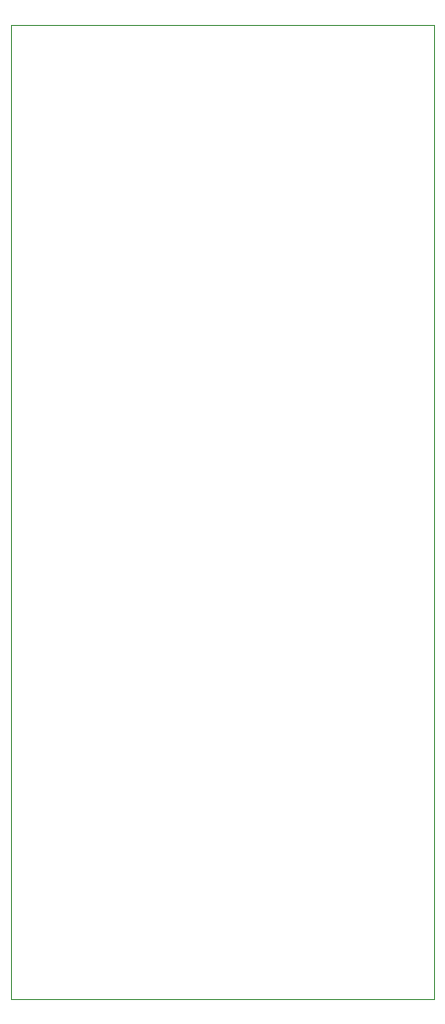
<source format=gbr>
%TF.GenerationSoftware,KiCad,Pcbnew,8.0.7*%
%TF.CreationDate,2024-12-30T07:44:03-08:00*%
%TF.ProjectId,motion-play-v3,6d6f7469-6f6e-42d7-906c-61792d76332e,rev?*%
%TF.SameCoordinates,Original*%
%TF.FileFunction,Profile,NP*%
%FSLAX46Y46*%
G04 Gerber Fmt 4.6, Leading zero omitted, Abs format (unit mm)*
G04 Created by KiCad (PCBNEW 8.0.7) date 2024-12-30 07:44:03*
%MOMM*%
%LPD*%
G01*
G04 APERTURE LIST*
%TA.AperFunction,Profile*%
%ADD10C,0.100000*%
%TD*%
G04 APERTURE END LIST*
D10*
X135662500Y-59550000D02*
X171512500Y-59550000D01*
X171512500Y-142200000D01*
X135662500Y-142200000D01*
X135662500Y-59550000D01*
M02*

</source>
